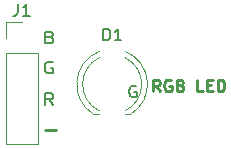
<source format=gbr>
%TF.GenerationSoftware,KiCad,Pcbnew,5.1.5-52549c5~86~ubuntu16.04.1*%
%TF.CreationDate,2020-10-09T17:32:45+05:30*%
%TF.ProjectId,DIP_3_color_LED_Module_V1.0,4449505f-335f-4636-9f6c-6f725f4c4544,V1.0*%
%TF.SameCoordinates,Original*%
%TF.FileFunction,Legend,Top*%
%TF.FilePolarity,Positive*%
%FSLAX46Y46*%
G04 Gerber Fmt 4.6, Leading zero omitted, Abs format (unit mm)*
G04 Created by KiCad (PCBNEW 5.1.5-52549c5~86~ubuntu16.04.1) date 2020-10-09 17:32:45*
%MOMM*%
%LPD*%
G04 APERTURE LIST*
%ADD10C,0.220000*%
%ADD11C,0.150000*%
%ADD12C,0.200000*%
%ADD13C,0.120000*%
G04 APERTURE END LIST*
D10*
X143240428Y-98877380D02*
X142907095Y-98401190D01*
X142669000Y-98877380D02*
X142669000Y-97877380D01*
X143049952Y-97877380D01*
X143145190Y-97925000D01*
X143192809Y-97972619D01*
X143240428Y-98067857D01*
X143240428Y-98210714D01*
X143192809Y-98305952D01*
X143145190Y-98353571D01*
X143049952Y-98401190D01*
X142669000Y-98401190D01*
X144192809Y-97925000D02*
X144097571Y-97877380D01*
X143954714Y-97877380D01*
X143811857Y-97925000D01*
X143716619Y-98020238D01*
X143669000Y-98115476D01*
X143621380Y-98305952D01*
X143621380Y-98448809D01*
X143669000Y-98639285D01*
X143716619Y-98734523D01*
X143811857Y-98829761D01*
X143954714Y-98877380D01*
X144049952Y-98877380D01*
X144192809Y-98829761D01*
X144240428Y-98782142D01*
X144240428Y-98448809D01*
X144049952Y-98448809D01*
X145002333Y-98353571D02*
X145145190Y-98401190D01*
X145192809Y-98448809D01*
X145240428Y-98544047D01*
X145240428Y-98686904D01*
X145192809Y-98782142D01*
X145145190Y-98829761D01*
X145049952Y-98877380D01*
X144669000Y-98877380D01*
X144669000Y-97877380D01*
X145002333Y-97877380D01*
X145097571Y-97925000D01*
X145145190Y-97972619D01*
X145192809Y-98067857D01*
X145192809Y-98163095D01*
X145145190Y-98258333D01*
X145097571Y-98305952D01*
X145002333Y-98353571D01*
X144669000Y-98353571D01*
X146907095Y-98877380D02*
X146430904Y-98877380D01*
X146430904Y-97877380D01*
X147240428Y-98353571D02*
X147573761Y-98353571D01*
X147716619Y-98877380D02*
X147240428Y-98877380D01*
X147240428Y-97877380D01*
X147716619Y-97877380D01*
X148145190Y-98877380D02*
X148145190Y-97877380D01*
X148383285Y-97877380D01*
X148526142Y-97925000D01*
X148621380Y-98020238D01*
X148669000Y-98115476D01*
X148716619Y-98305952D01*
X148716619Y-98448809D01*
X148669000Y-98639285D01*
X148621380Y-98734523D01*
X148526142Y-98829761D01*
X148383285Y-98877380D01*
X148145190Y-98877380D01*
D11*
X141231904Y-98433000D02*
X141136666Y-98385380D01*
X140993809Y-98385380D01*
X140850952Y-98433000D01*
X140755714Y-98528238D01*
X140708095Y-98623476D01*
X140660476Y-98813952D01*
X140660476Y-98956809D01*
X140708095Y-99147285D01*
X140755714Y-99242523D01*
X140850952Y-99337761D01*
X140993809Y-99385380D01*
X141089047Y-99385380D01*
X141231904Y-99337761D01*
X141279523Y-99290142D01*
X141279523Y-98956809D01*
X141089047Y-98956809D01*
D10*
X134442142Y-102163571D02*
X133527857Y-102163571D01*
D12*
X134229428Y-100020380D02*
X133829428Y-99544190D01*
X133543714Y-100020380D02*
X133543714Y-99020380D01*
X134000857Y-99020380D01*
X134115142Y-99068000D01*
X134172285Y-99115619D01*
X134229428Y-99210857D01*
X134229428Y-99353714D01*
X134172285Y-99448952D01*
X134115142Y-99496571D01*
X134000857Y-99544190D01*
X133543714Y-99544190D01*
X134172285Y-96401000D02*
X134058000Y-96353380D01*
X133886571Y-96353380D01*
X133715142Y-96401000D01*
X133600857Y-96496238D01*
X133543714Y-96591476D01*
X133486571Y-96781952D01*
X133486571Y-96924809D01*
X133543714Y-97115285D01*
X133600857Y-97210523D01*
X133715142Y-97305761D01*
X133886571Y-97353380D01*
X134000857Y-97353380D01*
X134172285Y-97305761D01*
X134229428Y-97258142D01*
X134229428Y-96924809D01*
X134000857Y-96924809D01*
X133943714Y-94289571D02*
X134115142Y-94337190D01*
X134172285Y-94384809D01*
X134229428Y-94480047D01*
X134229428Y-94622904D01*
X134172285Y-94718142D01*
X134115142Y-94765761D01*
X134000857Y-94813380D01*
X133543714Y-94813380D01*
X133543714Y-93813380D01*
X133943714Y-93813380D01*
X134058000Y-93861000D01*
X134115142Y-93908619D01*
X134172285Y-94003857D01*
X134172285Y-94099095D01*
X134115142Y-94194333D01*
X134058000Y-94241952D01*
X133943714Y-94289571D01*
X133543714Y-94289571D01*
D13*
%TO.C,J1*%
X130242000Y-93031000D02*
X131572000Y-93031000D01*
X130242000Y-94361000D02*
X130242000Y-93031000D01*
X130242000Y-95631000D02*
X132902000Y-95631000D01*
X132902000Y-95631000D02*
X132902000Y-103311000D01*
X130242000Y-95631000D02*
X130242000Y-103311000D01*
X130242000Y-103311000D02*
X132902000Y-103311000D01*
%TO.C,D1*%
X140290000Y-100834000D02*
X140755000Y-100834000D01*
X137665000Y-100834000D02*
X138130000Y-100834000D01*
X140290429Y-96019521D02*
G75*
G02X140290000Y-100528684I-1080429J-2254479D01*
G01*
X138129571Y-96019521D02*
G75*
G03X138130000Y-100528684I1080429J-2254479D01*
G01*
X140290827Y-95486185D02*
G75*
G02X140754830Y-100834000I-1080827J-2787815D01*
G01*
X138129173Y-95486185D02*
G75*
G03X137665170Y-100834000I1080827J-2787815D01*
G01*
%TO.C,J1*%
D11*
X131238666Y-91483380D02*
X131238666Y-92197666D01*
X131191047Y-92340523D01*
X131095809Y-92435761D01*
X130952952Y-92483380D01*
X130857714Y-92483380D01*
X132238666Y-92483380D02*
X131667238Y-92483380D01*
X131952952Y-92483380D02*
X131952952Y-91483380D01*
X131857714Y-91626238D01*
X131762476Y-91721476D01*
X131667238Y-91769095D01*
%TO.C,D1*%
X138476279Y-94559380D02*
X138476279Y-93559380D01*
X138714375Y-93559380D01*
X138857232Y-93607000D01*
X138952470Y-93702238D01*
X139000089Y-93797476D01*
X139047708Y-93987952D01*
X139047708Y-94130809D01*
X139000089Y-94321285D01*
X138952470Y-94416523D01*
X138857232Y-94511761D01*
X138714375Y-94559380D01*
X138476279Y-94559380D01*
X140000089Y-94559380D02*
X139428660Y-94559380D01*
X139714375Y-94559380D02*
X139714375Y-93559380D01*
X139619136Y-93702238D01*
X139523898Y-93797476D01*
X139428660Y-93845095D01*
%TD*%
M02*

</source>
